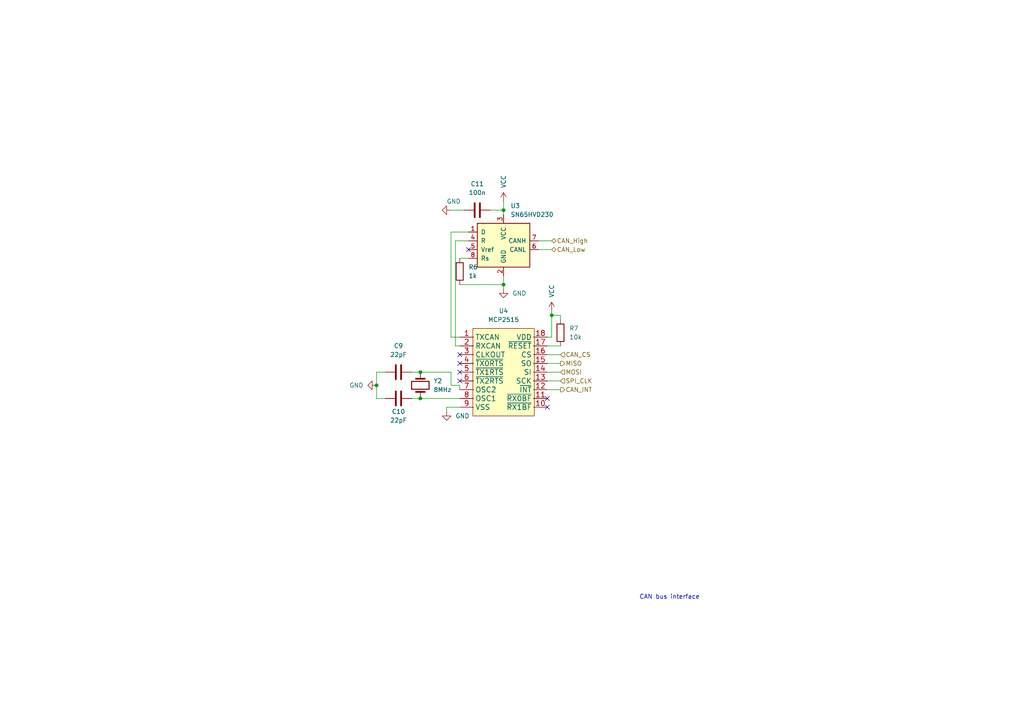
<source format=kicad_sch>
(kicad_sch (version 20211123) (generator eeschema)
  (paper "A4")
  (lib_symbols
    (symbol "Device:C" (pin_numbers hide) (pin_names (offset 0.254))
      (property "Reference" "C" (at 0.635 2.54 0))
      (property "Value" "C" (at 0.635 -2.54 0))
      (symbol "C_0_1"
        (polyline (pts (xy -2.032 -0.762) (xy 2.032 -0.762)) (stroke (width 0.508)))
        (polyline (pts (xy -2.032 0.762) (xy 2.032 0.762)) (stroke (width 0.508)))
      )
      (symbol "C_1_1"
        (pin passive line (at 0 3.81 270) (length 2.794) (name "~") (number "1"))
        (pin passive line (at 0 -3.81 90) (length 2.794) (name "~") (number "2"))
      )
    )
    (symbol "Device:Crystal" (pin_numbers hide) (pin_names (offset 1.016) hide)
      (property "Reference" "Y" (at 0 3.81 0))
      (property "Value" "Crystal" (at 0 -3.81 0))
      (symbol "Crystal_0_1"
        (rectangle (start -1.143 2.54) (end 1.143 -2.54) (stroke (width 0.3048)))
        (polyline (pts (xy -2.54 0) (xy -1.905 0)))
        (polyline (pts (xy -1.905 -1.27) (xy -1.905 1.27)) (stroke (width 0.508)))
        (polyline (pts (xy 1.905 -1.27) (xy 1.905 1.27)) (stroke (width 0.508)))
        (polyline (pts (xy 2.54 0) (xy 1.905 0)))
      )
      (symbol "Crystal_1_1"
        (pin passive line (at -3.81 0 0) (length 1.27) (name "1") (number "1"))
        (pin passive line (at 3.81 0 180) (length 1.27) (name "2") (number "2"))
      )
    )
    (symbol "Device:R" (pin_numbers hide) (pin_names (offset 0))
      (property "Reference" "R" (at 2.032 0 90))
      (property "Value" "R" (at 0 0 90))
      (symbol "R_0_1"
        (rectangle (start -1.016 -2.54) (end 1.016 2.54) (stroke (width 0.254)))
      )
      (symbol "R_1_1"
        (pin passive line (at 0 3.81 270) (length 1.27) (name "~") (number "1"))
        (pin passive line (at 0 -3.81 90) (length 1.27) (name "~") (number "2"))
      )
    )
    (symbol "Interface_CAN_LIN:SN65HVD230" (pin_names (offset 1.016))
      (property "Reference" "U" (at -2.54 10.16 0))
      (property "Value" "SN65HVD230" (at -2.54 7.62 0))
      (symbol "SN65HVD230_0_1"
        (rectangle (start -7.62 5.08) (end 7.62 -7.62) (stroke (width 0.254)) (fill (type background)))
      )
      (symbol "SN65HVD230_1_1"
        (pin input line (at -10.16 2.54 0) (length 2.54) (name "D") (number "1"))
        (pin power_in line (at 0 -10.16 90) (length 2.54) (name "GND") (number "2"))
        (pin power_in line (at 0 7.62 270) (length 2.54) (name "VCC") (number "3"))
        (pin output line (at -10.16 0 0) (length 2.54) (name "R") (number "4"))
        (pin output line (at -10.16 -2.54 0) (length 2.54) (name "Vref") (number "5"))
        (pin bidirectional line (at 10.16 -2.54 180) (length 2.54) (name "CANL") (number "6"))
        (pin bidirectional line (at 10.16 0 180) (length 2.54) (name "CANH") (number "7"))
        (pin input line (at -10.16 -5.08 0) (length 2.54) (name "Rs") (number "8"))
      )
    )
    (symbol "MCP2515:MCP2515"
      (property "Reference" "U" (at -8.89 13.97 0))
      (property "Value" "MCP2515" (at -5.08 -15.24 0))
      (symbol "MCP2515_0_1"
        (rectangle (start -10.16 11.43) (end 7.62 -13.97) (fill (type background)))
      )
      (symbol "MCP2515_1_1"
        (pin bidirectional line (at -13.97 8.89 0) (length 4) (name "TXCAN") (number "1"))
        (pin bidirectional line (at 11.43 -11.43 180) (length 4) (name "~{RX1BF}") (number "10"))
        (pin bidirectional line (at 11.43 -8.89 180) (length 4) (name "~{RX0BF}") (number "11"))
        (pin bidirectional line (at 11.43 -6.35 180) (length 4) (name "~{INT}") (number "12"))
        (pin input line (at 11.43 -3.81 180) (length 4) (name "SCK") (number "13"))
        (pin input line (at 11.43 -1.27 180) (length 4) (name "SI") (number "14"))
        (pin output line (at 11.43 1.27 180) (length 4) (name "SO") (number "15"))
        (pin input line (at 11.43 3.81 180) (length 4) (name "CS") (number "16"))
        (pin input line (at 11.43 6.35 180) (length 4) (name "~{RESET}") (number "17"))
        (pin power_in line (at 11.43 8.89 180) (length 4) (name "VDD") (number "18"))
        (pin bidirectional line (at -13.97 6.35 0) (length 4) (name "RXCAN") (number "2"))
        (pin output line (at -13.97 3.81 0) (length 4) (name "CLKOUT") (number "3"))
        (pin bidirectional line (at -13.97 1.27 0) (length 4) (name "~{TX0RTS}") (number "4"))
        (pin bidirectional line (at -13.97 -1.27 0) (length 4) (name "~{TX1RTS}") (number "5"))
        (pin bidirectional line (at -13.97 -3.81 0) (length 4) (name "~{TX2RTS}") (number "6"))
        (pin output line (at -13.97 -6.35 0) (length 4) (name "OSC2") (number "7"))
        (pin input line (at -13.97 -8.89 0) (length 4) (name "OSC1") (number "8"))
        (pin power_in line (at -13.97 -11.43 0) (length 4) (name "VSS") (number "9"))
      )
    )
    (symbol "power:GND" (power) (pin_names (offset 0))
      (property "Value" "GND" (at 0 -3.81 0))
      (symbol "GND_0_1"
        (polyline (pts (xy 0 0) (xy 0 -1.27) (xy 1.27 -1.27) (xy 0 -2.54) (xy -1.27 -1.27) (xy 0 -1.27)))
      )
      (symbol "GND_1_1"
        (pin power_in line (at 0 0 270) (length 0) hide (name "GND") (number "1"))
      )
    )
    (symbol "power:VCC" (power) (pin_names (offset 0))
      (property "Value" "VCC" (at 0 3.81 0))
      (symbol "VCC_0_1"
        (polyline (pts (xy -0.762 1.27) (xy 0 2.54)))
        (polyline (pts (xy 0 0) (xy 0 2.54)))
        (polyline (pts (xy 0 2.54) (xy 0.762 1.27)))
      )
      (symbol "VCC_1_1"
        (pin power_in line (at 0 0 90) (length 0) hide (name "VCC") (number "1"))
      )
    )
  )
  (junction (at 146.05 60.96))
  (junction (at 121.92 107.95))
  (junction (at 109.22 111.76))
  (junction (at 146.05 82.55))
  (junction (at 121.92 115.57))
  (junction (at 160.02 91.44))
  (no_connect (at 133.35 102.87))
  (no_connect (at 133.35 110.49))
  (no_connect (at 158.75 118.11))
  (no_connect (at 158.75 115.57))
  (no_connect (at 133.35 107.95))
  (no_connect (at 133.35 105.41))
  (no_connect (at 135.89 72.39))
  (wire (pts (xy 129.54 119.38) (xy 129.54 118.11)))
  (wire (pts (xy 162.56 91.44) (xy 160.02 91.44)))
  (wire (pts (xy 119.38 115.57) (xy 121.92 115.57)))
  (wire (pts (xy 160.02 91.44) (xy 160.02 97.79)))
  (wire (pts (xy 119.38 107.95) (xy 121.92 107.95)))
  (wire (pts (xy 130.81 60.96) (xy 134.62 60.96)))
  (wire (pts (xy 133.35 74.93) (xy 135.89 74.93)))
  (wire (pts (xy 146.05 58.42) (xy 146.05 60.96)))
  (wire (pts (xy 160.02 90.17) (xy 160.02 91.44)))
  (wire (pts (xy 111.76 107.95) (xy 109.22 107.95)))
  (wire (pts (xy 130.81 111.76) (xy 130.81 107.95)))
  (wire (pts (xy 158.75 113.03) (xy 162.56 113.03)))
  (wire (pts (xy 133.35 113.03) (xy 133.35 111.76)))
  (wire (pts (xy 133.35 82.55) (xy 146.05 82.55)))
  (wire (pts (xy 130.81 67.31) (xy 135.89 67.31)))
  (wire (pts (xy 158.75 100.33) (xy 162.56 100.33)))
  (wire (pts (xy 133.35 111.76) (xy 130.81 111.76)))
  (wire (pts (xy 158.75 105.41) (xy 162.56 105.41)))
  (wire (pts (xy 133.35 100.33) (xy 132.08 100.33)))
  (wire (pts (xy 133.35 97.79) (xy 130.81 97.79)))
  (wire (pts (xy 162.56 92.71) (xy 162.56 91.44)))
  (wire (pts (xy 130.81 67.31) (xy 130.81 97.79)))
  (wire (pts (xy 156.21 69.85) (xy 160.02 69.85)))
  (wire (pts (xy 109.22 111.76) (xy 109.22 115.57)))
  (wire (pts (xy 146.05 82.55) (xy 146.05 83.82)))
  (wire (pts (xy 135.89 69.85) (xy 132.08 69.85)))
  (wire (pts (xy 156.21 72.39) (xy 160.02 72.39)))
  (wire (pts (xy 158.75 107.95) (xy 162.56 107.95)))
  (wire (pts (xy 142.24 60.96) (xy 146.05 60.96)))
  (wire (pts (xy 109.22 107.95) (xy 109.22 111.76)))
  (wire (pts (xy 146.05 60.96) (xy 146.05 62.23)))
  (wire (pts (xy 158.75 110.49) (xy 162.56 110.49)))
  (wire (pts (xy 111.76 115.57) (xy 109.22 115.57)))
  (wire (pts (xy 129.54 118.11) (xy 133.35 118.11)))
  (wire (pts (xy 158.75 102.87) (xy 162.56 102.87)))
  (wire (pts (xy 132.08 69.85) (xy 132.08 100.33)))
  (wire (pts (xy 121.92 115.57) (xy 133.35 115.57)))
  (wire (pts (xy 158.75 97.79) (xy 160.02 97.79)))
  (wire (pts (xy 130.81 107.95) (xy 121.92 107.95)))
  (wire (pts (xy 146.05 80.01) (xy 146.05 82.55)))
  (text "CAN bus interface" (at 185.42 173.99 0) (effects (font (size 1.27 1.27)) (justify left bottom)))
  (hierarchical_label "MOSI" (shape input) (at 162.56 107.95 0))
  (hierarchical_label "CAN_CS" (shape input) (at 162.56 102.87 0))
  (hierarchical_label "CAN_Low" (shape tri_state) (at 160.02 72.39 0))
  (hierarchical_label "CAN_High" (shape tri_state) (at 160.02 69.85 0))
  (hierarchical_label "MISO" (shape output) (at 162.56 105.41 0))
  (hierarchical_label "CAN_INT" (shape output) (at 162.56 113.03 0))
  (hierarchical_label "SPI_CLK" (shape input) (at 162.56 110.49 0))
  (symbol (lib_id "power:VCC") (at 160.02 90.17 0) (unit 1)
    (property "Reference" "#PWR030" (effects hide))
    (property "Value" "VCC" (at 160.0201 86.36 90) (effects (justify left)))
  )
  (symbol (lib_id "Device:R") (at 133.35 78.74 0) (unit 1)
    (property "Reference" "R6" (at 135.89 77.4699 0) (effects (justify left)))
    (property "Value" "1k" (at 135.89 80.0099 0) (effects (justify left)))
    (property "Footprint" "Resistor_SMD:R_1206_3216Metric_Pad1.30x1.75mm_HandSolder" (effects hide))
  )
  (symbol (lib_id "Device:C") (at 138.43 60.96 90) (unit 1)
    (property "Reference" "C11" (at 138.43 53.34 90))
    (property "Value" "100n" (at 138.43 55.88 90))
    (property "Footprint" "Capacitor_SMD:C_1206_3216Metric_Pad1.33x1.80mm_HandSolder" (effects hide))
  )
  (symbol (lib_id "power:GND") (at 109.22 111.76 270) (unit 1)
    (property "Reference" "#PWR023" (effects hide))
    (property "Value" "GND" (at 105.41 111.7599 90) (effects (justify right)))
  )
  (symbol (lib_id "power:GND") (at 129.54 119.38 0) (unit 1)
    (property "Reference" "#PWR026" (effects hide))
    (property "Value" "GND" (at 132.08 120.6499 0) (effects (justify left)))
  )
  (symbol (lib_id "Device:Crystal") (at 121.92 111.76 90) (unit 1)
    (property "Reference" "Y2" (at 125.73 110.4899 90) (effects (justify right)))
    (property "Value" "8MHz" (at 125.73 113.0299 90) (effects (justify right)))
    (property "Footprint" "Crystal:Crystal_SMD_HC49-SD" (effects hide))
  )
  (symbol (lib_id "Device:C") (at 115.57 107.95 90) (unit 1)
    (property "Reference" "C9" (at 115.57 100.33 90))
    (property "Value" "22pF" (at 115.57 102.87 90))
    (property "Footprint" "Capacitor_SMD:C_1206_3216Metric_Pad1.33x1.80mm_HandSolder" (effects hide))
  )
  (symbol (lib_id "Interface_CAN_LIN:SN65HVD230") (at 146.05 69.85 0) (unit 1)
    (property "Reference" "U3" (at 148.0694 59.69 0) (effects (justify left)))
    (property "Value" "SN65HVD230" (at 148.0694 62.23 0) (effects (justify left)))
    (property "Footprint" "Package_SO:SOIC-8_3.9x4.9mm_P1.27mm" (effects hide))
    (property "Datasheet" "http://www.ti.com/lit/ds/symlink/sn65hvd230.pdf" (effects hide))
  )
  (symbol (lib_id "Device:R") (at 162.56 96.52 180) (unit 1)
    (property "Reference" "R7" (at 165.1 95.2499 0) (effects (justify right)))
    (property "Value" "10k" (at 165.1 97.7899 0) (effects (justify right)))
    (property "Footprint" "Resistor_SMD:R_1206_3216Metric_Pad1.30x1.75mm_HandSolder" (effects hide))
  )
  (symbol (lib_id "power:GND") (at 130.81 60.96 270) (unit 1)
    (property "Reference" "#PWR027" (effects hide))
    (property "Value" "GND" (at 129.54 58.42 90) (effects (justify left)))
  )
  (symbol (lib_id "power:VCC") (at 146.05 58.42 0) (unit 1)
    (property "Reference" "#PWR028" (effects hide))
    (property "Value" "VCC" (at 146.0501 54.61 90) (effects (justify left)))
  )
  (symbol (lib_id "Device:C") (at 115.57 115.57 90) (unit 1)
    (property "Reference" "C10" (at 115.57 119.38 90))
    (property "Value" "22pF" (at 115.57 121.92 90))
    (property "Footprint" "Capacitor_SMD:C_1206_3216Metric_Pad1.33x1.80mm_HandSolder" (effects hide))
  )
  (symbol (lib_id "MCP2515:MCP2515") (at 147.32 106.68 0) (unit 1)
    (property "Reference" "U4" (at 146.05 90.17 0))
    (property "Value" "MCP2515" (at 146.05 92.71 0))
    (property "Footprint" "Package_DIP:DIP-18_W7.62mm_LongPads" (effects hide))
    (property "Datasheet" "https://cdn-reichelt.de/documents/datenblatt/A200/MCP2515%23microchip.pdf" (effects hide))
  )
  (symbol (lib_id "power:GND") (at 146.05 83.82 0) (unit 1)
    (property "Reference" "#PWR029" (effects hide))
    (property "Value" "GND" (at 148.59 85.0899 0) (effects (justify left)))
  )
)
</source>
